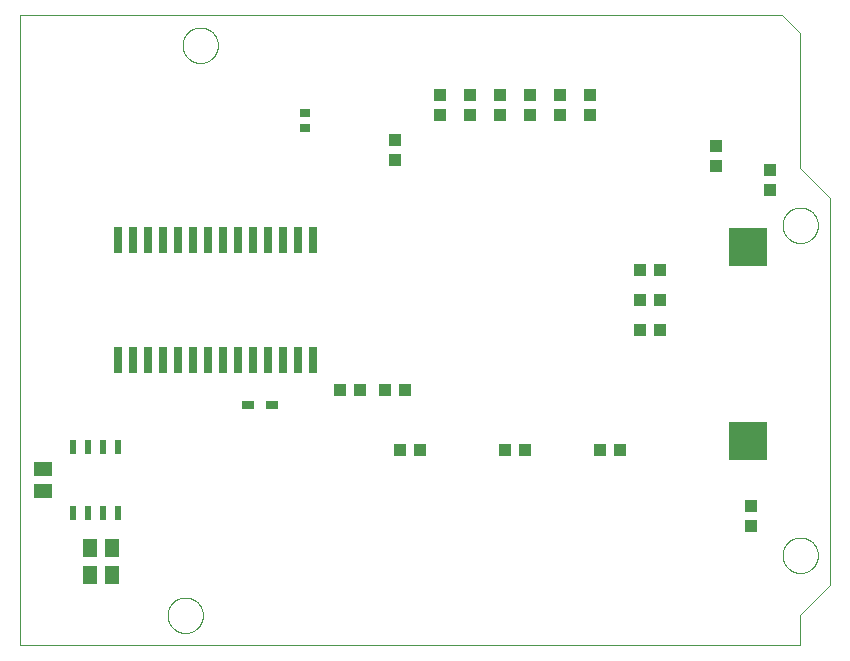
<source format=gbp>
G75*
%MOIN*%
%OFA0B0*%
%FSLAX25Y25*%
%IPPOS*%
%LPD*%
%AMOC8*
5,1,8,0,0,1.08239X$1,22.5*
%
%ADD10C,0.00000*%
%ADD11R,0.03543X0.02756*%
%ADD12R,0.03937X0.04331*%
%ADD13R,0.04331X0.03937*%
%ADD14R,0.05906X0.05118*%
%ADD15R,0.05118X0.05906*%
%ADD16R,0.12598X0.12598*%
%ADD17R,0.02362X0.04724*%
%ADD18R,0.03937X0.03150*%
%ADD19R,0.02500X0.09000*%
D10*
X0005000Y0005000D02*
X0005000Y0215000D01*
X0259000Y0215000D01*
X0265000Y0209000D01*
X0265000Y0164000D01*
X0275000Y0154000D01*
X0275000Y0025000D01*
X0265000Y0015000D01*
X0265000Y0005000D01*
X0005000Y0005000D01*
X0054094Y0015000D02*
X0054096Y0015153D01*
X0054102Y0015307D01*
X0054112Y0015460D01*
X0054126Y0015612D01*
X0054144Y0015765D01*
X0054166Y0015916D01*
X0054191Y0016067D01*
X0054221Y0016218D01*
X0054255Y0016368D01*
X0054292Y0016516D01*
X0054333Y0016664D01*
X0054378Y0016810D01*
X0054427Y0016956D01*
X0054480Y0017100D01*
X0054536Y0017242D01*
X0054596Y0017383D01*
X0054660Y0017523D01*
X0054727Y0017661D01*
X0054798Y0017797D01*
X0054873Y0017931D01*
X0054950Y0018063D01*
X0055032Y0018193D01*
X0055116Y0018321D01*
X0055204Y0018447D01*
X0055295Y0018570D01*
X0055389Y0018691D01*
X0055487Y0018809D01*
X0055587Y0018925D01*
X0055691Y0019038D01*
X0055797Y0019149D01*
X0055906Y0019257D01*
X0056018Y0019362D01*
X0056132Y0019463D01*
X0056250Y0019562D01*
X0056369Y0019658D01*
X0056491Y0019751D01*
X0056616Y0019840D01*
X0056743Y0019927D01*
X0056872Y0020009D01*
X0057003Y0020089D01*
X0057136Y0020165D01*
X0057271Y0020238D01*
X0057408Y0020307D01*
X0057547Y0020372D01*
X0057687Y0020434D01*
X0057829Y0020492D01*
X0057972Y0020547D01*
X0058117Y0020598D01*
X0058263Y0020645D01*
X0058410Y0020688D01*
X0058558Y0020727D01*
X0058707Y0020763D01*
X0058857Y0020794D01*
X0059008Y0020822D01*
X0059159Y0020846D01*
X0059312Y0020866D01*
X0059464Y0020882D01*
X0059617Y0020894D01*
X0059770Y0020902D01*
X0059923Y0020906D01*
X0060077Y0020906D01*
X0060230Y0020902D01*
X0060383Y0020894D01*
X0060536Y0020882D01*
X0060688Y0020866D01*
X0060841Y0020846D01*
X0060992Y0020822D01*
X0061143Y0020794D01*
X0061293Y0020763D01*
X0061442Y0020727D01*
X0061590Y0020688D01*
X0061737Y0020645D01*
X0061883Y0020598D01*
X0062028Y0020547D01*
X0062171Y0020492D01*
X0062313Y0020434D01*
X0062453Y0020372D01*
X0062592Y0020307D01*
X0062729Y0020238D01*
X0062864Y0020165D01*
X0062997Y0020089D01*
X0063128Y0020009D01*
X0063257Y0019927D01*
X0063384Y0019840D01*
X0063509Y0019751D01*
X0063631Y0019658D01*
X0063750Y0019562D01*
X0063868Y0019463D01*
X0063982Y0019362D01*
X0064094Y0019257D01*
X0064203Y0019149D01*
X0064309Y0019038D01*
X0064413Y0018925D01*
X0064513Y0018809D01*
X0064611Y0018691D01*
X0064705Y0018570D01*
X0064796Y0018447D01*
X0064884Y0018321D01*
X0064968Y0018193D01*
X0065050Y0018063D01*
X0065127Y0017931D01*
X0065202Y0017797D01*
X0065273Y0017661D01*
X0065340Y0017523D01*
X0065404Y0017383D01*
X0065464Y0017242D01*
X0065520Y0017100D01*
X0065573Y0016956D01*
X0065622Y0016810D01*
X0065667Y0016664D01*
X0065708Y0016516D01*
X0065745Y0016368D01*
X0065779Y0016218D01*
X0065809Y0016067D01*
X0065834Y0015916D01*
X0065856Y0015765D01*
X0065874Y0015612D01*
X0065888Y0015460D01*
X0065898Y0015307D01*
X0065904Y0015153D01*
X0065906Y0015000D01*
X0065904Y0014847D01*
X0065898Y0014693D01*
X0065888Y0014540D01*
X0065874Y0014388D01*
X0065856Y0014235D01*
X0065834Y0014084D01*
X0065809Y0013933D01*
X0065779Y0013782D01*
X0065745Y0013632D01*
X0065708Y0013484D01*
X0065667Y0013336D01*
X0065622Y0013190D01*
X0065573Y0013044D01*
X0065520Y0012900D01*
X0065464Y0012758D01*
X0065404Y0012617D01*
X0065340Y0012477D01*
X0065273Y0012339D01*
X0065202Y0012203D01*
X0065127Y0012069D01*
X0065050Y0011937D01*
X0064968Y0011807D01*
X0064884Y0011679D01*
X0064796Y0011553D01*
X0064705Y0011430D01*
X0064611Y0011309D01*
X0064513Y0011191D01*
X0064413Y0011075D01*
X0064309Y0010962D01*
X0064203Y0010851D01*
X0064094Y0010743D01*
X0063982Y0010638D01*
X0063868Y0010537D01*
X0063750Y0010438D01*
X0063631Y0010342D01*
X0063509Y0010249D01*
X0063384Y0010160D01*
X0063257Y0010073D01*
X0063128Y0009991D01*
X0062997Y0009911D01*
X0062864Y0009835D01*
X0062729Y0009762D01*
X0062592Y0009693D01*
X0062453Y0009628D01*
X0062313Y0009566D01*
X0062171Y0009508D01*
X0062028Y0009453D01*
X0061883Y0009402D01*
X0061737Y0009355D01*
X0061590Y0009312D01*
X0061442Y0009273D01*
X0061293Y0009237D01*
X0061143Y0009206D01*
X0060992Y0009178D01*
X0060841Y0009154D01*
X0060688Y0009134D01*
X0060536Y0009118D01*
X0060383Y0009106D01*
X0060230Y0009098D01*
X0060077Y0009094D01*
X0059923Y0009094D01*
X0059770Y0009098D01*
X0059617Y0009106D01*
X0059464Y0009118D01*
X0059312Y0009134D01*
X0059159Y0009154D01*
X0059008Y0009178D01*
X0058857Y0009206D01*
X0058707Y0009237D01*
X0058558Y0009273D01*
X0058410Y0009312D01*
X0058263Y0009355D01*
X0058117Y0009402D01*
X0057972Y0009453D01*
X0057829Y0009508D01*
X0057687Y0009566D01*
X0057547Y0009628D01*
X0057408Y0009693D01*
X0057271Y0009762D01*
X0057136Y0009835D01*
X0057003Y0009911D01*
X0056872Y0009991D01*
X0056743Y0010073D01*
X0056616Y0010160D01*
X0056491Y0010249D01*
X0056369Y0010342D01*
X0056250Y0010438D01*
X0056132Y0010537D01*
X0056018Y0010638D01*
X0055906Y0010743D01*
X0055797Y0010851D01*
X0055691Y0010962D01*
X0055587Y0011075D01*
X0055487Y0011191D01*
X0055389Y0011309D01*
X0055295Y0011430D01*
X0055204Y0011553D01*
X0055116Y0011679D01*
X0055032Y0011807D01*
X0054950Y0011937D01*
X0054873Y0012069D01*
X0054798Y0012203D01*
X0054727Y0012339D01*
X0054660Y0012477D01*
X0054596Y0012617D01*
X0054536Y0012758D01*
X0054480Y0012900D01*
X0054427Y0013044D01*
X0054378Y0013190D01*
X0054333Y0013336D01*
X0054292Y0013484D01*
X0054255Y0013632D01*
X0054221Y0013782D01*
X0054191Y0013933D01*
X0054166Y0014084D01*
X0054144Y0014235D01*
X0054126Y0014388D01*
X0054112Y0014540D01*
X0054102Y0014693D01*
X0054096Y0014847D01*
X0054094Y0015000D01*
X0259094Y0035000D02*
X0259096Y0035153D01*
X0259102Y0035307D01*
X0259112Y0035460D01*
X0259126Y0035612D01*
X0259144Y0035765D01*
X0259166Y0035916D01*
X0259191Y0036067D01*
X0259221Y0036218D01*
X0259255Y0036368D01*
X0259292Y0036516D01*
X0259333Y0036664D01*
X0259378Y0036810D01*
X0259427Y0036956D01*
X0259480Y0037100D01*
X0259536Y0037242D01*
X0259596Y0037383D01*
X0259660Y0037523D01*
X0259727Y0037661D01*
X0259798Y0037797D01*
X0259873Y0037931D01*
X0259950Y0038063D01*
X0260032Y0038193D01*
X0260116Y0038321D01*
X0260204Y0038447D01*
X0260295Y0038570D01*
X0260389Y0038691D01*
X0260487Y0038809D01*
X0260587Y0038925D01*
X0260691Y0039038D01*
X0260797Y0039149D01*
X0260906Y0039257D01*
X0261018Y0039362D01*
X0261132Y0039463D01*
X0261250Y0039562D01*
X0261369Y0039658D01*
X0261491Y0039751D01*
X0261616Y0039840D01*
X0261743Y0039927D01*
X0261872Y0040009D01*
X0262003Y0040089D01*
X0262136Y0040165D01*
X0262271Y0040238D01*
X0262408Y0040307D01*
X0262547Y0040372D01*
X0262687Y0040434D01*
X0262829Y0040492D01*
X0262972Y0040547D01*
X0263117Y0040598D01*
X0263263Y0040645D01*
X0263410Y0040688D01*
X0263558Y0040727D01*
X0263707Y0040763D01*
X0263857Y0040794D01*
X0264008Y0040822D01*
X0264159Y0040846D01*
X0264312Y0040866D01*
X0264464Y0040882D01*
X0264617Y0040894D01*
X0264770Y0040902D01*
X0264923Y0040906D01*
X0265077Y0040906D01*
X0265230Y0040902D01*
X0265383Y0040894D01*
X0265536Y0040882D01*
X0265688Y0040866D01*
X0265841Y0040846D01*
X0265992Y0040822D01*
X0266143Y0040794D01*
X0266293Y0040763D01*
X0266442Y0040727D01*
X0266590Y0040688D01*
X0266737Y0040645D01*
X0266883Y0040598D01*
X0267028Y0040547D01*
X0267171Y0040492D01*
X0267313Y0040434D01*
X0267453Y0040372D01*
X0267592Y0040307D01*
X0267729Y0040238D01*
X0267864Y0040165D01*
X0267997Y0040089D01*
X0268128Y0040009D01*
X0268257Y0039927D01*
X0268384Y0039840D01*
X0268509Y0039751D01*
X0268631Y0039658D01*
X0268750Y0039562D01*
X0268868Y0039463D01*
X0268982Y0039362D01*
X0269094Y0039257D01*
X0269203Y0039149D01*
X0269309Y0039038D01*
X0269413Y0038925D01*
X0269513Y0038809D01*
X0269611Y0038691D01*
X0269705Y0038570D01*
X0269796Y0038447D01*
X0269884Y0038321D01*
X0269968Y0038193D01*
X0270050Y0038063D01*
X0270127Y0037931D01*
X0270202Y0037797D01*
X0270273Y0037661D01*
X0270340Y0037523D01*
X0270404Y0037383D01*
X0270464Y0037242D01*
X0270520Y0037100D01*
X0270573Y0036956D01*
X0270622Y0036810D01*
X0270667Y0036664D01*
X0270708Y0036516D01*
X0270745Y0036368D01*
X0270779Y0036218D01*
X0270809Y0036067D01*
X0270834Y0035916D01*
X0270856Y0035765D01*
X0270874Y0035612D01*
X0270888Y0035460D01*
X0270898Y0035307D01*
X0270904Y0035153D01*
X0270906Y0035000D01*
X0270904Y0034847D01*
X0270898Y0034693D01*
X0270888Y0034540D01*
X0270874Y0034388D01*
X0270856Y0034235D01*
X0270834Y0034084D01*
X0270809Y0033933D01*
X0270779Y0033782D01*
X0270745Y0033632D01*
X0270708Y0033484D01*
X0270667Y0033336D01*
X0270622Y0033190D01*
X0270573Y0033044D01*
X0270520Y0032900D01*
X0270464Y0032758D01*
X0270404Y0032617D01*
X0270340Y0032477D01*
X0270273Y0032339D01*
X0270202Y0032203D01*
X0270127Y0032069D01*
X0270050Y0031937D01*
X0269968Y0031807D01*
X0269884Y0031679D01*
X0269796Y0031553D01*
X0269705Y0031430D01*
X0269611Y0031309D01*
X0269513Y0031191D01*
X0269413Y0031075D01*
X0269309Y0030962D01*
X0269203Y0030851D01*
X0269094Y0030743D01*
X0268982Y0030638D01*
X0268868Y0030537D01*
X0268750Y0030438D01*
X0268631Y0030342D01*
X0268509Y0030249D01*
X0268384Y0030160D01*
X0268257Y0030073D01*
X0268128Y0029991D01*
X0267997Y0029911D01*
X0267864Y0029835D01*
X0267729Y0029762D01*
X0267592Y0029693D01*
X0267453Y0029628D01*
X0267313Y0029566D01*
X0267171Y0029508D01*
X0267028Y0029453D01*
X0266883Y0029402D01*
X0266737Y0029355D01*
X0266590Y0029312D01*
X0266442Y0029273D01*
X0266293Y0029237D01*
X0266143Y0029206D01*
X0265992Y0029178D01*
X0265841Y0029154D01*
X0265688Y0029134D01*
X0265536Y0029118D01*
X0265383Y0029106D01*
X0265230Y0029098D01*
X0265077Y0029094D01*
X0264923Y0029094D01*
X0264770Y0029098D01*
X0264617Y0029106D01*
X0264464Y0029118D01*
X0264312Y0029134D01*
X0264159Y0029154D01*
X0264008Y0029178D01*
X0263857Y0029206D01*
X0263707Y0029237D01*
X0263558Y0029273D01*
X0263410Y0029312D01*
X0263263Y0029355D01*
X0263117Y0029402D01*
X0262972Y0029453D01*
X0262829Y0029508D01*
X0262687Y0029566D01*
X0262547Y0029628D01*
X0262408Y0029693D01*
X0262271Y0029762D01*
X0262136Y0029835D01*
X0262003Y0029911D01*
X0261872Y0029991D01*
X0261743Y0030073D01*
X0261616Y0030160D01*
X0261491Y0030249D01*
X0261369Y0030342D01*
X0261250Y0030438D01*
X0261132Y0030537D01*
X0261018Y0030638D01*
X0260906Y0030743D01*
X0260797Y0030851D01*
X0260691Y0030962D01*
X0260587Y0031075D01*
X0260487Y0031191D01*
X0260389Y0031309D01*
X0260295Y0031430D01*
X0260204Y0031553D01*
X0260116Y0031679D01*
X0260032Y0031807D01*
X0259950Y0031937D01*
X0259873Y0032069D01*
X0259798Y0032203D01*
X0259727Y0032339D01*
X0259660Y0032477D01*
X0259596Y0032617D01*
X0259536Y0032758D01*
X0259480Y0032900D01*
X0259427Y0033044D01*
X0259378Y0033190D01*
X0259333Y0033336D01*
X0259292Y0033484D01*
X0259255Y0033632D01*
X0259221Y0033782D01*
X0259191Y0033933D01*
X0259166Y0034084D01*
X0259144Y0034235D01*
X0259126Y0034388D01*
X0259112Y0034540D01*
X0259102Y0034693D01*
X0259096Y0034847D01*
X0259094Y0035000D01*
X0259094Y0145000D02*
X0259096Y0145153D01*
X0259102Y0145307D01*
X0259112Y0145460D01*
X0259126Y0145612D01*
X0259144Y0145765D01*
X0259166Y0145916D01*
X0259191Y0146067D01*
X0259221Y0146218D01*
X0259255Y0146368D01*
X0259292Y0146516D01*
X0259333Y0146664D01*
X0259378Y0146810D01*
X0259427Y0146956D01*
X0259480Y0147100D01*
X0259536Y0147242D01*
X0259596Y0147383D01*
X0259660Y0147523D01*
X0259727Y0147661D01*
X0259798Y0147797D01*
X0259873Y0147931D01*
X0259950Y0148063D01*
X0260032Y0148193D01*
X0260116Y0148321D01*
X0260204Y0148447D01*
X0260295Y0148570D01*
X0260389Y0148691D01*
X0260487Y0148809D01*
X0260587Y0148925D01*
X0260691Y0149038D01*
X0260797Y0149149D01*
X0260906Y0149257D01*
X0261018Y0149362D01*
X0261132Y0149463D01*
X0261250Y0149562D01*
X0261369Y0149658D01*
X0261491Y0149751D01*
X0261616Y0149840D01*
X0261743Y0149927D01*
X0261872Y0150009D01*
X0262003Y0150089D01*
X0262136Y0150165D01*
X0262271Y0150238D01*
X0262408Y0150307D01*
X0262547Y0150372D01*
X0262687Y0150434D01*
X0262829Y0150492D01*
X0262972Y0150547D01*
X0263117Y0150598D01*
X0263263Y0150645D01*
X0263410Y0150688D01*
X0263558Y0150727D01*
X0263707Y0150763D01*
X0263857Y0150794D01*
X0264008Y0150822D01*
X0264159Y0150846D01*
X0264312Y0150866D01*
X0264464Y0150882D01*
X0264617Y0150894D01*
X0264770Y0150902D01*
X0264923Y0150906D01*
X0265077Y0150906D01*
X0265230Y0150902D01*
X0265383Y0150894D01*
X0265536Y0150882D01*
X0265688Y0150866D01*
X0265841Y0150846D01*
X0265992Y0150822D01*
X0266143Y0150794D01*
X0266293Y0150763D01*
X0266442Y0150727D01*
X0266590Y0150688D01*
X0266737Y0150645D01*
X0266883Y0150598D01*
X0267028Y0150547D01*
X0267171Y0150492D01*
X0267313Y0150434D01*
X0267453Y0150372D01*
X0267592Y0150307D01*
X0267729Y0150238D01*
X0267864Y0150165D01*
X0267997Y0150089D01*
X0268128Y0150009D01*
X0268257Y0149927D01*
X0268384Y0149840D01*
X0268509Y0149751D01*
X0268631Y0149658D01*
X0268750Y0149562D01*
X0268868Y0149463D01*
X0268982Y0149362D01*
X0269094Y0149257D01*
X0269203Y0149149D01*
X0269309Y0149038D01*
X0269413Y0148925D01*
X0269513Y0148809D01*
X0269611Y0148691D01*
X0269705Y0148570D01*
X0269796Y0148447D01*
X0269884Y0148321D01*
X0269968Y0148193D01*
X0270050Y0148063D01*
X0270127Y0147931D01*
X0270202Y0147797D01*
X0270273Y0147661D01*
X0270340Y0147523D01*
X0270404Y0147383D01*
X0270464Y0147242D01*
X0270520Y0147100D01*
X0270573Y0146956D01*
X0270622Y0146810D01*
X0270667Y0146664D01*
X0270708Y0146516D01*
X0270745Y0146368D01*
X0270779Y0146218D01*
X0270809Y0146067D01*
X0270834Y0145916D01*
X0270856Y0145765D01*
X0270874Y0145612D01*
X0270888Y0145460D01*
X0270898Y0145307D01*
X0270904Y0145153D01*
X0270906Y0145000D01*
X0270904Y0144847D01*
X0270898Y0144693D01*
X0270888Y0144540D01*
X0270874Y0144388D01*
X0270856Y0144235D01*
X0270834Y0144084D01*
X0270809Y0143933D01*
X0270779Y0143782D01*
X0270745Y0143632D01*
X0270708Y0143484D01*
X0270667Y0143336D01*
X0270622Y0143190D01*
X0270573Y0143044D01*
X0270520Y0142900D01*
X0270464Y0142758D01*
X0270404Y0142617D01*
X0270340Y0142477D01*
X0270273Y0142339D01*
X0270202Y0142203D01*
X0270127Y0142069D01*
X0270050Y0141937D01*
X0269968Y0141807D01*
X0269884Y0141679D01*
X0269796Y0141553D01*
X0269705Y0141430D01*
X0269611Y0141309D01*
X0269513Y0141191D01*
X0269413Y0141075D01*
X0269309Y0140962D01*
X0269203Y0140851D01*
X0269094Y0140743D01*
X0268982Y0140638D01*
X0268868Y0140537D01*
X0268750Y0140438D01*
X0268631Y0140342D01*
X0268509Y0140249D01*
X0268384Y0140160D01*
X0268257Y0140073D01*
X0268128Y0139991D01*
X0267997Y0139911D01*
X0267864Y0139835D01*
X0267729Y0139762D01*
X0267592Y0139693D01*
X0267453Y0139628D01*
X0267313Y0139566D01*
X0267171Y0139508D01*
X0267028Y0139453D01*
X0266883Y0139402D01*
X0266737Y0139355D01*
X0266590Y0139312D01*
X0266442Y0139273D01*
X0266293Y0139237D01*
X0266143Y0139206D01*
X0265992Y0139178D01*
X0265841Y0139154D01*
X0265688Y0139134D01*
X0265536Y0139118D01*
X0265383Y0139106D01*
X0265230Y0139098D01*
X0265077Y0139094D01*
X0264923Y0139094D01*
X0264770Y0139098D01*
X0264617Y0139106D01*
X0264464Y0139118D01*
X0264312Y0139134D01*
X0264159Y0139154D01*
X0264008Y0139178D01*
X0263857Y0139206D01*
X0263707Y0139237D01*
X0263558Y0139273D01*
X0263410Y0139312D01*
X0263263Y0139355D01*
X0263117Y0139402D01*
X0262972Y0139453D01*
X0262829Y0139508D01*
X0262687Y0139566D01*
X0262547Y0139628D01*
X0262408Y0139693D01*
X0262271Y0139762D01*
X0262136Y0139835D01*
X0262003Y0139911D01*
X0261872Y0139991D01*
X0261743Y0140073D01*
X0261616Y0140160D01*
X0261491Y0140249D01*
X0261369Y0140342D01*
X0261250Y0140438D01*
X0261132Y0140537D01*
X0261018Y0140638D01*
X0260906Y0140743D01*
X0260797Y0140851D01*
X0260691Y0140962D01*
X0260587Y0141075D01*
X0260487Y0141191D01*
X0260389Y0141309D01*
X0260295Y0141430D01*
X0260204Y0141553D01*
X0260116Y0141679D01*
X0260032Y0141807D01*
X0259950Y0141937D01*
X0259873Y0142069D01*
X0259798Y0142203D01*
X0259727Y0142339D01*
X0259660Y0142477D01*
X0259596Y0142617D01*
X0259536Y0142758D01*
X0259480Y0142900D01*
X0259427Y0143044D01*
X0259378Y0143190D01*
X0259333Y0143336D01*
X0259292Y0143484D01*
X0259255Y0143632D01*
X0259221Y0143782D01*
X0259191Y0143933D01*
X0259166Y0144084D01*
X0259144Y0144235D01*
X0259126Y0144388D01*
X0259112Y0144540D01*
X0259102Y0144693D01*
X0259096Y0144847D01*
X0259094Y0145000D01*
X0059094Y0205000D02*
X0059096Y0205153D01*
X0059102Y0205307D01*
X0059112Y0205460D01*
X0059126Y0205612D01*
X0059144Y0205765D01*
X0059166Y0205916D01*
X0059191Y0206067D01*
X0059221Y0206218D01*
X0059255Y0206368D01*
X0059292Y0206516D01*
X0059333Y0206664D01*
X0059378Y0206810D01*
X0059427Y0206956D01*
X0059480Y0207100D01*
X0059536Y0207242D01*
X0059596Y0207383D01*
X0059660Y0207523D01*
X0059727Y0207661D01*
X0059798Y0207797D01*
X0059873Y0207931D01*
X0059950Y0208063D01*
X0060032Y0208193D01*
X0060116Y0208321D01*
X0060204Y0208447D01*
X0060295Y0208570D01*
X0060389Y0208691D01*
X0060487Y0208809D01*
X0060587Y0208925D01*
X0060691Y0209038D01*
X0060797Y0209149D01*
X0060906Y0209257D01*
X0061018Y0209362D01*
X0061132Y0209463D01*
X0061250Y0209562D01*
X0061369Y0209658D01*
X0061491Y0209751D01*
X0061616Y0209840D01*
X0061743Y0209927D01*
X0061872Y0210009D01*
X0062003Y0210089D01*
X0062136Y0210165D01*
X0062271Y0210238D01*
X0062408Y0210307D01*
X0062547Y0210372D01*
X0062687Y0210434D01*
X0062829Y0210492D01*
X0062972Y0210547D01*
X0063117Y0210598D01*
X0063263Y0210645D01*
X0063410Y0210688D01*
X0063558Y0210727D01*
X0063707Y0210763D01*
X0063857Y0210794D01*
X0064008Y0210822D01*
X0064159Y0210846D01*
X0064312Y0210866D01*
X0064464Y0210882D01*
X0064617Y0210894D01*
X0064770Y0210902D01*
X0064923Y0210906D01*
X0065077Y0210906D01*
X0065230Y0210902D01*
X0065383Y0210894D01*
X0065536Y0210882D01*
X0065688Y0210866D01*
X0065841Y0210846D01*
X0065992Y0210822D01*
X0066143Y0210794D01*
X0066293Y0210763D01*
X0066442Y0210727D01*
X0066590Y0210688D01*
X0066737Y0210645D01*
X0066883Y0210598D01*
X0067028Y0210547D01*
X0067171Y0210492D01*
X0067313Y0210434D01*
X0067453Y0210372D01*
X0067592Y0210307D01*
X0067729Y0210238D01*
X0067864Y0210165D01*
X0067997Y0210089D01*
X0068128Y0210009D01*
X0068257Y0209927D01*
X0068384Y0209840D01*
X0068509Y0209751D01*
X0068631Y0209658D01*
X0068750Y0209562D01*
X0068868Y0209463D01*
X0068982Y0209362D01*
X0069094Y0209257D01*
X0069203Y0209149D01*
X0069309Y0209038D01*
X0069413Y0208925D01*
X0069513Y0208809D01*
X0069611Y0208691D01*
X0069705Y0208570D01*
X0069796Y0208447D01*
X0069884Y0208321D01*
X0069968Y0208193D01*
X0070050Y0208063D01*
X0070127Y0207931D01*
X0070202Y0207797D01*
X0070273Y0207661D01*
X0070340Y0207523D01*
X0070404Y0207383D01*
X0070464Y0207242D01*
X0070520Y0207100D01*
X0070573Y0206956D01*
X0070622Y0206810D01*
X0070667Y0206664D01*
X0070708Y0206516D01*
X0070745Y0206368D01*
X0070779Y0206218D01*
X0070809Y0206067D01*
X0070834Y0205916D01*
X0070856Y0205765D01*
X0070874Y0205612D01*
X0070888Y0205460D01*
X0070898Y0205307D01*
X0070904Y0205153D01*
X0070906Y0205000D01*
X0070904Y0204847D01*
X0070898Y0204693D01*
X0070888Y0204540D01*
X0070874Y0204388D01*
X0070856Y0204235D01*
X0070834Y0204084D01*
X0070809Y0203933D01*
X0070779Y0203782D01*
X0070745Y0203632D01*
X0070708Y0203484D01*
X0070667Y0203336D01*
X0070622Y0203190D01*
X0070573Y0203044D01*
X0070520Y0202900D01*
X0070464Y0202758D01*
X0070404Y0202617D01*
X0070340Y0202477D01*
X0070273Y0202339D01*
X0070202Y0202203D01*
X0070127Y0202069D01*
X0070050Y0201937D01*
X0069968Y0201807D01*
X0069884Y0201679D01*
X0069796Y0201553D01*
X0069705Y0201430D01*
X0069611Y0201309D01*
X0069513Y0201191D01*
X0069413Y0201075D01*
X0069309Y0200962D01*
X0069203Y0200851D01*
X0069094Y0200743D01*
X0068982Y0200638D01*
X0068868Y0200537D01*
X0068750Y0200438D01*
X0068631Y0200342D01*
X0068509Y0200249D01*
X0068384Y0200160D01*
X0068257Y0200073D01*
X0068128Y0199991D01*
X0067997Y0199911D01*
X0067864Y0199835D01*
X0067729Y0199762D01*
X0067592Y0199693D01*
X0067453Y0199628D01*
X0067313Y0199566D01*
X0067171Y0199508D01*
X0067028Y0199453D01*
X0066883Y0199402D01*
X0066737Y0199355D01*
X0066590Y0199312D01*
X0066442Y0199273D01*
X0066293Y0199237D01*
X0066143Y0199206D01*
X0065992Y0199178D01*
X0065841Y0199154D01*
X0065688Y0199134D01*
X0065536Y0199118D01*
X0065383Y0199106D01*
X0065230Y0199098D01*
X0065077Y0199094D01*
X0064923Y0199094D01*
X0064770Y0199098D01*
X0064617Y0199106D01*
X0064464Y0199118D01*
X0064312Y0199134D01*
X0064159Y0199154D01*
X0064008Y0199178D01*
X0063857Y0199206D01*
X0063707Y0199237D01*
X0063558Y0199273D01*
X0063410Y0199312D01*
X0063263Y0199355D01*
X0063117Y0199402D01*
X0062972Y0199453D01*
X0062829Y0199508D01*
X0062687Y0199566D01*
X0062547Y0199628D01*
X0062408Y0199693D01*
X0062271Y0199762D01*
X0062136Y0199835D01*
X0062003Y0199911D01*
X0061872Y0199991D01*
X0061743Y0200073D01*
X0061616Y0200160D01*
X0061491Y0200249D01*
X0061369Y0200342D01*
X0061250Y0200438D01*
X0061132Y0200537D01*
X0061018Y0200638D01*
X0060906Y0200743D01*
X0060797Y0200851D01*
X0060691Y0200962D01*
X0060587Y0201075D01*
X0060487Y0201191D01*
X0060389Y0201309D01*
X0060295Y0201430D01*
X0060204Y0201553D01*
X0060116Y0201679D01*
X0060032Y0201807D01*
X0059950Y0201937D01*
X0059873Y0202069D01*
X0059798Y0202203D01*
X0059727Y0202339D01*
X0059660Y0202477D01*
X0059596Y0202617D01*
X0059536Y0202758D01*
X0059480Y0202900D01*
X0059427Y0203044D01*
X0059378Y0203190D01*
X0059333Y0203336D01*
X0059292Y0203484D01*
X0059255Y0203632D01*
X0059221Y0203782D01*
X0059191Y0203933D01*
X0059166Y0204084D01*
X0059144Y0204235D01*
X0059126Y0204388D01*
X0059112Y0204540D01*
X0059102Y0204693D01*
X0059096Y0204847D01*
X0059094Y0205000D01*
D11*
X0100000Y0182559D03*
X0100000Y0177441D03*
D12*
X0111654Y0090000D03*
X0118346Y0090000D03*
X0126654Y0090000D03*
X0133346Y0090000D03*
X0131654Y0070000D03*
X0138346Y0070000D03*
X0166654Y0070000D03*
X0173346Y0070000D03*
X0198154Y0070000D03*
X0204846Y0070000D03*
X0211654Y0110000D03*
X0218346Y0110000D03*
X0218346Y0120000D03*
X0211654Y0120000D03*
X0211654Y0130000D03*
X0218346Y0130000D03*
D13*
X0255000Y0156654D03*
X0255000Y0163346D03*
X0237000Y0164654D03*
X0237000Y0171346D03*
X0195000Y0181654D03*
X0195000Y0188346D03*
X0185000Y0188346D03*
X0185000Y0181654D03*
X0175000Y0181654D03*
X0175000Y0188346D03*
X0165000Y0188346D03*
X0165000Y0181654D03*
X0155000Y0181654D03*
X0155000Y0188346D03*
X0145000Y0188346D03*
X0145000Y0181654D03*
X0130000Y0173346D03*
X0130000Y0166654D03*
X0248500Y0051346D03*
X0248500Y0044654D03*
D14*
X0012500Y0056260D03*
X0012500Y0063740D03*
D15*
X0028260Y0037500D03*
X0035740Y0037500D03*
X0035740Y0028500D03*
X0028260Y0028500D03*
D16*
X0247500Y0073117D03*
X0247500Y0137883D03*
D17*
X0037500Y0071024D03*
X0032500Y0071024D03*
X0027500Y0071024D03*
X0022500Y0071024D03*
X0022500Y0048976D03*
X0027500Y0048976D03*
X0032500Y0048976D03*
X0037500Y0048976D03*
D18*
X0081063Y0085000D03*
X0088937Y0085000D03*
D19*
X0087500Y0100000D03*
X0082500Y0100000D03*
X0077500Y0100000D03*
X0072500Y0100000D03*
X0067500Y0100000D03*
X0062500Y0100000D03*
X0057500Y0100000D03*
X0052500Y0100000D03*
X0047500Y0100000D03*
X0042500Y0100000D03*
X0037500Y0100000D03*
X0037500Y0140000D03*
X0042500Y0140000D03*
X0047500Y0140000D03*
X0052500Y0140000D03*
X0057500Y0140000D03*
X0062500Y0140000D03*
X0067500Y0140000D03*
X0072500Y0140000D03*
X0077500Y0140000D03*
X0082500Y0140000D03*
X0087500Y0140000D03*
X0092500Y0140000D03*
X0097500Y0140000D03*
X0102500Y0140000D03*
X0102500Y0100000D03*
X0097500Y0100000D03*
X0092500Y0100000D03*
M02*

</source>
